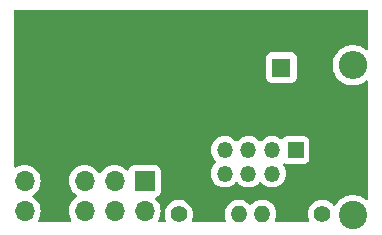
<source format=gbr>
%TF.GenerationSoftware,KiCad,Pcbnew,7.0.10*%
%TF.CreationDate,2024-01-05T17:35:28-06:00*%
%TF.ProjectId,USB-CV1,5553422d-4356-4312-9e6b-696361645f70,rev?*%
%TF.SameCoordinates,Original*%
%TF.FileFunction,Copper,L2,Inr*%
%TF.FilePolarity,Positive*%
%FSLAX46Y46*%
G04 Gerber Fmt 4.6, Leading zero omitted, Abs format (unit mm)*
G04 Created by KiCad (PCBNEW 7.0.10) date 2024-01-05 17:35:28*
%MOMM*%
%LPD*%
G01*
G04 APERTURE LIST*
%TA.AperFunction,ComponentPad*%
%ADD10R,1.700000X1.700000*%
%TD*%
%TA.AperFunction,ComponentPad*%
%ADD11O,1.700000X1.700000*%
%TD*%
%TA.AperFunction,ComponentPad*%
%ADD12C,1.400000*%
%TD*%
%TA.AperFunction,ComponentPad*%
%ADD13O,1.400000X1.400000*%
%TD*%
%TA.AperFunction,ComponentPad*%
%ADD14R,1.350000X1.350000*%
%TD*%
%TA.AperFunction,ComponentPad*%
%ADD15O,1.350000X1.350000*%
%TD*%
%TA.AperFunction,ComponentPad*%
%ADD16R,1.600000X1.600000*%
%TD*%
%TA.AperFunction,ComponentPad*%
%ADD17C,1.600000*%
%TD*%
%TA.AperFunction,ComponentPad*%
%ADD18C,2.400000*%
%TD*%
%TA.AperFunction,ComponentPad*%
%ADD19O,2.400000X2.400000*%
%TD*%
%TA.AperFunction,ViaPad*%
%ADD20C,0.800000*%
%TD*%
G04 APERTURE END LIST*
D10*
%TO.N,/VBUS*%
%TO.C,J2*%
X122070000Y-85510000D03*
D11*
X122070000Y-88050000D03*
%TO.N,/D2- OUT*%
X119530000Y-85510000D03*
%TO.N,/D3- OUT*%
X119530000Y-88050000D03*
%TO.N,/D2+ OUT*%
X116990000Y-85510000D03*
%TO.N,/D3+ OUT*%
X116990000Y-88050000D03*
%TO.N,GND*%
X114450000Y-85510000D03*
X114450000Y-88050000D03*
%TO.N,unconnected-(J2-Pin_9-Pad9)*%
X111910000Y-85510000D03*
%TO.N,unconnected-(J2-Pin_10-Pad10)*%
X111910000Y-88050000D03*
%TD*%
D12*
%TO.N,/OC3*%
%TO.C,R2*%
X124960000Y-88320000D03*
D13*
%TO.N,+5V*%
X130040000Y-88320000D03*
%TD*%
D14*
%TO.N,+5V*%
%TO.C,J1*%
X134850000Y-82880000D03*
D15*
%TO.N,GND*%
X134850000Y-84880000D03*
%TO.N,/D2- IN*%
X132850000Y-82880000D03*
%TO.N,/D2+ IN*%
X132850000Y-84880000D03*
%TO.N,/D3- IN*%
X130850000Y-82880000D03*
%TO.N,/D3+ IN*%
X130850000Y-84880000D03*
%TO.N,/OC2*%
X128850000Y-82880000D03*
%TO.N,/OC3*%
X128850000Y-84880000D03*
%TD*%
D16*
%TO.N,/VBUS*%
%TO.C,C1*%
X133642651Y-75920000D03*
D17*
%TO.N,GND*%
X128642651Y-75920000D03*
%TD*%
D12*
%TO.N,+5V*%
%TO.C,R1*%
X137090000Y-88300000D03*
D13*
%TO.N,/OC2*%
X132010000Y-88300000D03*
%TD*%
D18*
%TO.N,+5V*%
%TO.C,FB1*%
X139690000Y-88410000D03*
D19*
%TO.N,Net-(F1-Pad2)*%
X139690000Y-75710000D03*
%TD*%
D20*
%TO.N,GND*%
X125160000Y-78110000D03*
%TD*%
%TA.AperFunction,Conductor*%
%TO.N,GND*%
G36*
X140943108Y-71029685D02*
G01*
X140988863Y-71082489D01*
X141000069Y-71133931D01*
X141001839Y-74323176D01*
X140982192Y-74390227D01*
X140929413Y-74436011D01*
X140860260Y-74445993D01*
X140796688Y-74417003D01*
X140793498Y-74414143D01*
X140753221Y-74376771D01*
X140753217Y-74376768D01*
X140542634Y-74233195D01*
X140542630Y-74233193D01*
X140542627Y-74233191D01*
X140542626Y-74233190D01*
X140313006Y-74122612D01*
X140313008Y-74122612D01*
X140069466Y-74047489D01*
X140069462Y-74047488D01*
X140069458Y-74047487D01*
X139948231Y-74029214D01*
X139817440Y-74009500D01*
X139817435Y-74009500D01*
X139562565Y-74009500D01*
X139562559Y-74009500D01*
X139405609Y-74033157D01*
X139310542Y-74047487D01*
X139310539Y-74047488D01*
X139310533Y-74047489D01*
X139066992Y-74122612D01*
X138837373Y-74233190D01*
X138837372Y-74233191D01*
X138626782Y-74376768D01*
X138439952Y-74550121D01*
X138439950Y-74550123D01*
X138281041Y-74749388D01*
X138153608Y-74970109D01*
X138060492Y-75207362D01*
X138060490Y-75207369D01*
X138003777Y-75455845D01*
X137984732Y-75709995D01*
X137984732Y-75710004D01*
X138003777Y-75964154D01*
X138003778Y-75964157D01*
X138060492Y-76212637D01*
X138153607Y-76449888D01*
X138281041Y-76670612D01*
X138439950Y-76869877D01*
X138626783Y-77043232D01*
X138837366Y-77186805D01*
X138837371Y-77186807D01*
X138837372Y-77186808D01*
X138837373Y-77186809D01*
X138907330Y-77220498D01*
X139066992Y-77297387D01*
X139066993Y-77297387D01*
X139066996Y-77297389D01*
X139310542Y-77372513D01*
X139562565Y-77410500D01*
X139817435Y-77410500D01*
X140069458Y-77372513D01*
X140313004Y-77297389D01*
X140542634Y-77186805D01*
X140753217Y-77043232D01*
X140795040Y-77004425D01*
X140857571Y-76973258D01*
X140927027Y-76980845D01*
X140981356Y-77024778D01*
X141003308Y-77091110D01*
X141003380Y-77095256D01*
X141008899Y-87029726D01*
X140989252Y-87096776D01*
X140936473Y-87142561D01*
X140867320Y-87152543D01*
X140803748Y-87123553D01*
X140800558Y-87120694D01*
X140753217Y-87076768D01*
X140542634Y-86933195D01*
X140542630Y-86933193D01*
X140542627Y-86933191D01*
X140542626Y-86933190D01*
X140313006Y-86822612D01*
X140313008Y-86822612D01*
X140069466Y-86747489D01*
X140069462Y-86747488D01*
X140069458Y-86747487D01*
X139948231Y-86729214D01*
X139817440Y-86709500D01*
X139817435Y-86709500D01*
X139562565Y-86709500D01*
X139562559Y-86709500D01*
X139406642Y-86733002D01*
X139310542Y-86747487D01*
X139310539Y-86747488D01*
X139310533Y-86747489D01*
X139066992Y-86822612D01*
X138837373Y-86933190D01*
X138837372Y-86933191D01*
X138626782Y-87076768D01*
X138439952Y-87250121D01*
X138439950Y-87250123D01*
X138281043Y-87449385D01*
X138232042Y-87534257D01*
X138181474Y-87582472D01*
X138112867Y-87595694D01*
X138048003Y-87569726D01*
X138025701Y-87546983D01*
X137980979Y-87487761D01*
X137816562Y-87337876D01*
X137816560Y-87337874D01*
X137627404Y-87220754D01*
X137627398Y-87220752D01*
X137419940Y-87140382D01*
X137201243Y-87099500D01*
X136978757Y-87099500D01*
X136760060Y-87140382D01*
X136661416Y-87178597D01*
X136552601Y-87220752D01*
X136552595Y-87220754D01*
X136363439Y-87337874D01*
X136363437Y-87337876D01*
X136199020Y-87487761D01*
X136064943Y-87665308D01*
X136064938Y-87665316D01*
X135965775Y-87864461D01*
X135965769Y-87864476D01*
X135904885Y-88078462D01*
X135904884Y-88078464D01*
X135884357Y-88299999D01*
X135884357Y-88300000D01*
X135904884Y-88521535D01*
X135904885Y-88521537D01*
X135965769Y-88735523D01*
X135965775Y-88735538D01*
X136012327Y-88829025D01*
X136024588Y-88897810D01*
X135997715Y-88962305D01*
X135940240Y-89002033D01*
X135901286Y-89008297D01*
X133199079Y-89007397D01*
X133132046Y-88987690D01*
X133086308Y-88934871D01*
X133076388Y-88865709D01*
X133088121Y-88828124D01*
X133097659Y-88808971D01*
X133134229Y-88735528D01*
X133195115Y-88521536D01*
X133215643Y-88300000D01*
X133195115Y-88078464D01*
X133134229Y-87864472D01*
X133109389Y-87814586D01*
X133035061Y-87665316D01*
X133035056Y-87665308D01*
X132900979Y-87487761D01*
X132736562Y-87337876D01*
X132736560Y-87337874D01*
X132547404Y-87220754D01*
X132547398Y-87220752D01*
X132339940Y-87140382D01*
X132121243Y-87099500D01*
X131898757Y-87099500D01*
X131680060Y-87140382D01*
X131581416Y-87178597D01*
X131472601Y-87220752D01*
X131472595Y-87220754D01*
X131283439Y-87337874D01*
X131283437Y-87337876D01*
X131119019Y-87487762D01*
X131119018Y-87487764D01*
X131115369Y-87492596D01*
X131059257Y-87534227D01*
X130989544Y-87538913D01*
X130932883Y-87509498D01*
X130914342Y-87492596D01*
X130766562Y-87357876D01*
X130766560Y-87357874D01*
X130577404Y-87240754D01*
X130577398Y-87240752D01*
X130369940Y-87160382D01*
X130151243Y-87119500D01*
X129928757Y-87119500D01*
X129710060Y-87160382D01*
X129578864Y-87211207D01*
X129502601Y-87240752D01*
X129502595Y-87240754D01*
X129313439Y-87357874D01*
X129313437Y-87357876D01*
X129149020Y-87507761D01*
X129014943Y-87685308D01*
X129014938Y-87685316D01*
X128915775Y-87884461D01*
X128915769Y-87884476D01*
X128854885Y-88098462D01*
X128854884Y-88098464D01*
X128834357Y-88319999D01*
X128834357Y-88320000D01*
X128854884Y-88541535D01*
X128854885Y-88541537D01*
X128915769Y-88755523D01*
X128915775Y-88755538D01*
X128951197Y-88826673D01*
X128963458Y-88895458D01*
X128936585Y-88959953D01*
X128879110Y-88999681D01*
X128840156Y-89005945D01*
X126160206Y-89005053D01*
X126093173Y-88985346D01*
X126047435Y-88932527D01*
X126037515Y-88863365D01*
X126049247Y-88825781D01*
X126084224Y-88755538D01*
X126084223Y-88755538D01*
X126084229Y-88755528D01*
X126145115Y-88541536D01*
X126165643Y-88320000D01*
X126145115Y-88098464D01*
X126084229Y-87884472D01*
X126084224Y-87884461D01*
X125985061Y-87685316D01*
X125985056Y-87685308D01*
X125850979Y-87507761D01*
X125686562Y-87357876D01*
X125686560Y-87357874D01*
X125497404Y-87240754D01*
X125497398Y-87240752D01*
X125289940Y-87160382D01*
X125071243Y-87119500D01*
X124848757Y-87119500D01*
X124630060Y-87160382D01*
X124498864Y-87211207D01*
X124422601Y-87240752D01*
X124422595Y-87240754D01*
X124233439Y-87357874D01*
X124233437Y-87357876D01*
X124069020Y-87507761D01*
X123934943Y-87685308D01*
X123934938Y-87685316D01*
X123835775Y-87884461D01*
X123835769Y-87884476D01*
X123774885Y-88098462D01*
X123774884Y-88098464D01*
X123754357Y-88319999D01*
X123754357Y-88320000D01*
X123774884Y-88541535D01*
X123774885Y-88541537D01*
X123835769Y-88755523D01*
X123835775Y-88755538D01*
X123870354Y-88824981D01*
X123882615Y-88893767D01*
X123855742Y-88958262D01*
X123798266Y-88997989D01*
X123759313Y-89004253D01*
X123288751Y-89004096D01*
X123221718Y-88984389D01*
X123175980Y-88931570D01*
X123166060Y-88862408D01*
X123187216Y-88808975D01*
X123244035Y-88727830D01*
X123343903Y-88513663D01*
X123405063Y-88285408D01*
X123425659Y-88050000D01*
X123405063Y-87814592D01*
X123343903Y-87586337D01*
X123244035Y-87372171D01*
X123238424Y-87364158D01*
X123108496Y-87178600D01*
X123049396Y-87119500D01*
X122986567Y-87056671D01*
X122953084Y-86995351D01*
X122958068Y-86925659D01*
X122999939Y-86869725D01*
X123030915Y-86852810D01*
X123162331Y-86803796D01*
X123277546Y-86717546D01*
X123363796Y-86602331D01*
X123414091Y-86467483D01*
X123420500Y-86407873D01*
X123420499Y-84880000D01*
X127669464Y-84880000D01*
X127689564Y-85096918D01*
X127689564Y-85096920D01*
X127689565Y-85096923D01*
X127749183Y-85306459D01*
X127846288Y-85501472D01*
X127977573Y-85675322D01*
X128138568Y-85822088D01*
X128138575Y-85822092D01*
X128138576Y-85822093D01*
X128323786Y-85936770D01*
X128323792Y-85936773D01*
X128346664Y-85945633D01*
X128526931Y-86015470D01*
X128741074Y-86055500D01*
X128741076Y-86055500D01*
X128958924Y-86055500D01*
X128958926Y-86055500D01*
X129173069Y-86015470D01*
X129376210Y-85936772D01*
X129561432Y-85822088D01*
X129722427Y-85675322D01*
X129751047Y-85637422D01*
X129807153Y-85595787D01*
X129876865Y-85591094D01*
X129938048Y-85624836D01*
X129948946Y-85637414D01*
X129977573Y-85675322D01*
X130138568Y-85822088D01*
X130138575Y-85822092D01*
X130138576Y-85822093D01*
X130323786Y-85936770D01*
X130323792Y-85936773D01*
X130346664Y-85945633D01*
X130526931Y-86015470D01*
X130741074Y-86055500D01*
X130741076Y-86055500D01*
X130958924Y-86055500D01*
X130958926Y-86055500D01*
X131173069Y-86015470D01*
X131376210Y-85936772D01*
X131561432Y-85822088D01*
X131722427Y-85675322D01*
X131751047Y-85637422D01*
X131807153Y-85595787D01*
X131876865Y-85591094D01*
X131938048Y-85624836D01*
X131948946Y-85637414D01*
X131977573Y-85675322D01*
X132138568Y-85822088D01*
X132138575Y-85822092D01*
X132138576Y-85822093D01*
X132323786Y-85936770D01*
X132323792Y-85936773D01*
X132346664Y-85945633D01*
X132526931Y-86015470D01*
X132741074Y-86055500D01*
X132741076Y-86055500D01*
X132958924Y-86055500D01*
X132958926Y-86055500D01*
X133173069Y-86015470D01*
X133376210Y-85936772D01*
X133561432Y-85822088D01*
X133722427Y-85675322D01*
X133853712Y-85501472D01*
X133950817Y-85306459D01*
X134010435Y-85096923D01*
X134030536Y-84880000D01*
X134027149Y-84843454D01*
X134010435Y-84663081D01*
X134010435Y-84663077D01*
X133950817Y-84453541D01*
X133853712Y-84258528D01*
X133853711Y-84258527D01*
X133853710Y-84258524D01*
X133806193Y-84195601D01*
X133781501Y-84130240D01*
X133796066Y-84061905D01*
X133845264Y-84012293D01*
X133913474Y-83997155D01*
X133948479Y-84004692D01*
X134067517Y-84049091D01*
X134067516Y-84049091D01*
X134074444Y-84049835D01*
X134127127Y-84055500D01*
X135572872Y-84055499D01*
X135632483Y-84049091D01*
X135767331Y-83998796D01*
X135882546Y-83912546D01*
X135968796Y-83797331D01*
X136019091Y-83662483D01*
X136025500Y-83602873D01*
X136025499Y-82157128D01*
X136019091Y-82097517D01*
X136014302Y-82084678D01*
X135968797Y-81962671D01*
X135968793Y-81962664D01*
X135882547Y-81847455D01*
X135882544Y-81847452D01*
X135767335Y-81761206D01*
X135767328Y-81761202D01*
X135632482Y-81710908D01*
X135632483Y-81710908D01*
X135572883Y-81704501D01*
X135572881Y-81704500D01*
X135572873Y-81704500D01*
X135572864Y-81704500D01*
X134127129Y-81704500D01*
X134127123Y-81704501D01*
X134067516Y-81710908D01*
X133932671Y-81761202D01*
X133932664Y-81761206D01*
X133817455Y-81847452D01*
X133755214Y-81930594D01*
X133699279Y-81972465D01*
X133629588Y-81977448D01*
X133572411Y-81947920D01*
X133561434Y-81937913D01*
X133561429Y-81937910D01*
X133376213Y-81823229D01*
X133376207Y-81823226D01*
X133291113Y-81790260D01*
X133173069Y-81744530D01*
X132958926Y-81704500D01*
X132741074Y-81704500D01*
X132526931Y-81744530D01*
X132483896Y-81761202D01*
X132323792Y-81823226D01*
X132323786Y-81823229D01*
X132138576Y-81937906D01*
X132138566Y-81937913D01*
X131977573Y-82084676D01*
X131948953Y-82122576D01*
X131892844Y-82164211D01*
X131823132Y-82168902D01*
X131761950Y-82135159D01*
X131751047Y-82122576D01*
X131722426Y-82084676D01*
X131561433Y-81937913D01*
X131561423Y-81937906D01*
X131376213Y-81823229D01*
X131376207Y-81823226D01*
X131291113Y-81790260D01*
X131173069Y-81744530D01*
X130958926Y-81704500D01*
X130741074Y-81704500D01*
X130526931Y-81744530D01*
X130483896Y-81761202D01*
X130323792Y-81823226D01*
X130323786Y-81823229D01*
X130138576Y-81937906D01*
X130138566Y-81937913D01*
X129977573Y-82084676D01*
X129948953Y-82122576D01*
X129892844Y-82164211D01*
X129823132Y-82168902D01*
X129761950Y-82135159D01*
X129751047Y-82122576D01*
X129722426Y-82084676D01*
X129561433Y-81937913D01*
X129561423Y-81937906D01*
X129376213Y-81823229D01*
X129376207Y-81823226D01*
X129291113Y-81790260D01*
X129173069Y-81744530D01*
X128958926Y-81704500D01*
X128741074Y-81704500D01*
X128526931Y-81744530D01*
X128483896Y-81761202D01*
X128323792Y-81823226D01*
X128323786Y-81823229D01*
X128138576Y-81937906D01*
X128138566Y-81937913D01*
X127977574Y-82084676D01*
X127846288Y-82258527D01*
X127749184Y-82453537D01*
X127689564Y-82663081D01*
X127669464Y-82879999D01*
X127669464Y-82880000D01*
X127689564Y-83096918D01*
X127749184Y-83306462D01*
X127846288Y-83501472D01*
X127977574Y-83675324D01*
X128101572Y-83788363D01*
X128137854Y-83848074D01*
X128136093Y-83917922D01*
X128101572Y-83971637D01*
X127977574Y-84084675D01*
X127846288Y-84258527D01*
X127749184Y-84453537D01*
X127721999Y-84549083D01*
X127704062Y-84612127D01*
X127689564Y-84663081D01*
X127669464Y-84879999D01*
X127669464Y-84880000D01*
X123420499Y-84880000D01*
X123420499Y-84612128D01*
X123414091Y-84552517D01*
X123412810Y-84549083D01*
X123363797Y-84417671D01*
X123363793Y-84417664D01*
X123277547Y-84302455D01*
X123277544Y-84302452D01*
X123162335Y-84216206D01*
X123162328Y-84216202D01*
X123027482Y-84165908D01*
X123027483Y-84165908D01*
X122967883Y-84159501D01*
X122967881Y-84159500D01*
X122967873Y-84159500D01*
X122967864Y-84159500D01*
X121172129Y-84159500D01*
X121172123Y-84159501D01*
X121112516Y-84165908D01*
X120977671Y-84216202D01*
X120977664Y-84216206D01*
X120862455Y-84302452D01*
X120862452Y-84302455D01*
X120776206Y-84417664D01*
X120776203Y-84417669D01*
X120727189Y-84549083D01*
X120685317Y-84605016D01*
X120619853Y-84629433D01*
X120551580Y-84614581D01*
X120523326Y-84593430D01*
X120401402Y-84471506D01*
X120401395Y-84471501D01*
X120207834Y-84335967D01*
X120207830Y-84335965D01*
X120207828Y-84335964D01*
X119993663Y-84236097D01*
X119993659Y-84236096D01*
X119993655Y-84236094D01*
X119765413Y-84174938D01*
X119765403Y-84174936D01*
X119530001Y-84154341D01*
X119529999Y-84154341D01*
X119294596Y-84174936D01*
X119294586Y-84174938D01*
X119066344Y-84236094D01*
X119066335Y-84236098D01*
X118852171Y-84335964D01*
X118852169Y-84335965D01*
X118658597Y-84471505D01*
X118491505Y-84638597D01*
X118361575Y-84824158D01*
X118306998Y-84867783D01*
X118237500Y-84874977D01*
X118175145Y-84843454D01*
X118158425Y-84824158D01*
X118028494Y-84638597D01*
X117861402Y-84471506D01*
X117861395Y-84471501D01*
X117667834Y-84335967D01*
X117667830Y-84335965D01*
X117667828Y-84335964D01*
X117453663Y-84236097D01*
X117453659Y-84236096D01*
X117453655Y-84236094D01*
X117225413Y-84174938D01*
X117225403Y-84174936D01*
X116990001Y-84154341D01*
X116989999Y-84154341D01*
X116754596Y-84174936D01*
X116754586Y-84174938D01*
X116526344Y-84236094D01*
X116526335Y-84236098D01*
X116312171Y-84335964D01*
X116312169Y-84335965D01*
X116118597Y-84471505D01*
X115951505Y-84638597D01*
X115815965Y-84832169D01*
X115815964Y-84832171D01*
X115716098Y-85046335D01*
X115716094Y-85046344D01*
X115654938Y-85274586D01*
X115654936Y-85274596D01*
X115634341Y-85509999D01*
X115634341Y-85510000D01*
X115654936Y-85745403D01*
X115654938Y-85745413D01*
X115716094Y-85973655D01*
X115716096Y-85973659D01*
X115716097Y-85973663D01*
X115796004Y-86145023D01*
X115815965Y-86187830D01*
X115815967Y-86187834D01*
X115924281Y-86342521D01*
X115951501Y-86381396D01*
X115951506Y-86381402D01*
X116118597Y-86548493D01*
X116118603Y-86548498D01*
X116304158Y-86678425D01*
X116347783Y-86733002D01*
X116354977Y-86802500D01*
X116323454Y-86864855D01*
X116304158Y-86881575D01*
X116118597Y-87011505D01*
X115951505Y-87178597D01*
X115815965Y-87372169D01*
X115815964Y-87372171D01*
X115716098Y-87586335D01*
X115716094Y-87586344D01*
X115654938Y-87814586D01*
X115654936Y-87814596D01*
X115634341Y-88049999D01*
X115634341Y-88050000D01*
X115654936Y-88285403D01*
X115654938Y-88285413D01*
X115716094Y-88513655D01*
X115716096Y-88513659D01*
X115716097Y-88513663D01*
X115729095Y-88541537D01*
X115815964Y-88727829D01*
X115815965Y-88727830D01*
X115871028Y-88806469D01*
X115893355Y-88872673D01*
X115876345Y-88940441D01*
X115825397Y-88988254D01*
X115769412Y-89001591D01*
X113131120Y-89000713D01*
X113064087Y-88981006D01*
X113018349Y-88928187D01*
X113008429Y-88859025D01*
X113029586Y-88805590D01*
X113084035Y-88727830D01*
X113183903Y-88513663D01*
X113245063Y-88285408D01*
X113265659Y-88050000D01*
X113245063Y-87814592D01*
X113183903Y-87586337D01*
X113084035Y-87372171D01*
X113078425Y-87364158D01*
X112948494Y-87178597D01*
X112781402Y-87011506D01*
X112781396Y-87011501D01*
X112595842Y-86881575D01*
X112552217Y-86826998D01*
X112545023Y-86757500D01*
X112576546Y-86695145D01*
X112595842Y-86678425D01*
X112618026Y-86662891D01*
X112781401Y-86548495D01*
X112948495Y-86381401D01*
X113084035Y-86187830D01*
X113183903Y-85973663D01*
X113245063Y-85745408D01*
X113265659Y-85510000D01*
X113245063Y-85274592D01*
X113183903Y-85046337D01*
X113084035Y-84832171D01*
X113078425Y-84824158D01*
X112948494Y-84638597D01*
X112781402Y-84471506D01*
X112781395Y-84471501D01*
X112587834Y-84335967D01*
X112587830Y-84335965D01*
X112587828Y-84335964D01*
X112373663Y-84236097D01*
X112373659Y-84236096D01*
X112373655Y-84236094D01*
X112145413Y-84174938D01*
X112145403Y-84174936D01*
X111910001Y-84154341D01*
X111909999Y-84154341D01*
X111674596Y-84174936D01*
X111674586Y-84174938D01*
X111446344Y-84236094D01*
X111446335Y-84236098D01*
X111232171Y-84335964D01*
X111190386Y-84365222D01*
X111124179Y-84387549D01*
X111056412Y-84370537D01*
X111008600Y-84319588D01*
X110995265Y-84263515D01*
X111003598Y-76767870D01*
X132342151Y-76767870D01*
X132342152Y-76767876D01*
X132348559Y-76827483D01*
X132398853Y-76962328D01*
X132398857Y-76962335D01*
X132485103Y-77077544D01*
X132485106Y-77077547D01*
X132600315Y-77163793D01*
X132600322Y-77163797D01*
X132735168Y-77214091D01*
X132735167Y-77214091D01*
X132742095Y-77214835D01*
X132794778Y-77220500D01*
X134490523Y-77220499D01*
X134550134Y-77214091D01*
X134684982Y-77163796D01*
X134800197Y-77077546D01*
X134886447Y-76962331D01*
X134936742Y-76827483D01*
X134943151Y-76767873D01*
X134943150Y-75072128D01*
X134936742Y-75012517D01*
X134886447Y-74877669D01*
X134886446Y-74877668D01*
X134886444Y-74877664D01*
X134800198Y-74762455D01*
X134800195Y-74762452D01*
X134684986Y-74676206D01*
X134684979Y-74676202D01*
X134550133Y-74625908D01*
X134550134Y-74625908D01*
X134490534Y-74619501D01*
X134490532Y-74619500D01*
X134490524Y-74619500D01*
X134490515Y-74619500D01*
X132794780Y-74619500D01*
X132794774Y-74619501D01*
X132735167Y-74625908D01*
X132600322Y-74676202D01*
X132600315Y-74676206D01*
X132485106Y-74762452D01*
X132485103Y-74762455D01*
X132398857Y-74877664D01*
X132398853Y-74877671D01*
X132348559Y-75012517D01*
X132342152Y-75072116D01*
X132342152Y-75072123D01*
X132342151Y-75072135D01*
X132342151Y-76767870D01*
X111003598Y-76767870D01*
X111009862Y-71133860D01*
X111029621Y-71066845D01*
X111082476Y-71021148D01*
X111133862Y-71010000D01*
X140876069Y-71010000D01*
X140943108Y-71029685D01*
G37*
%TD.AperFunction*%
%TD*%
M02*

</source>
